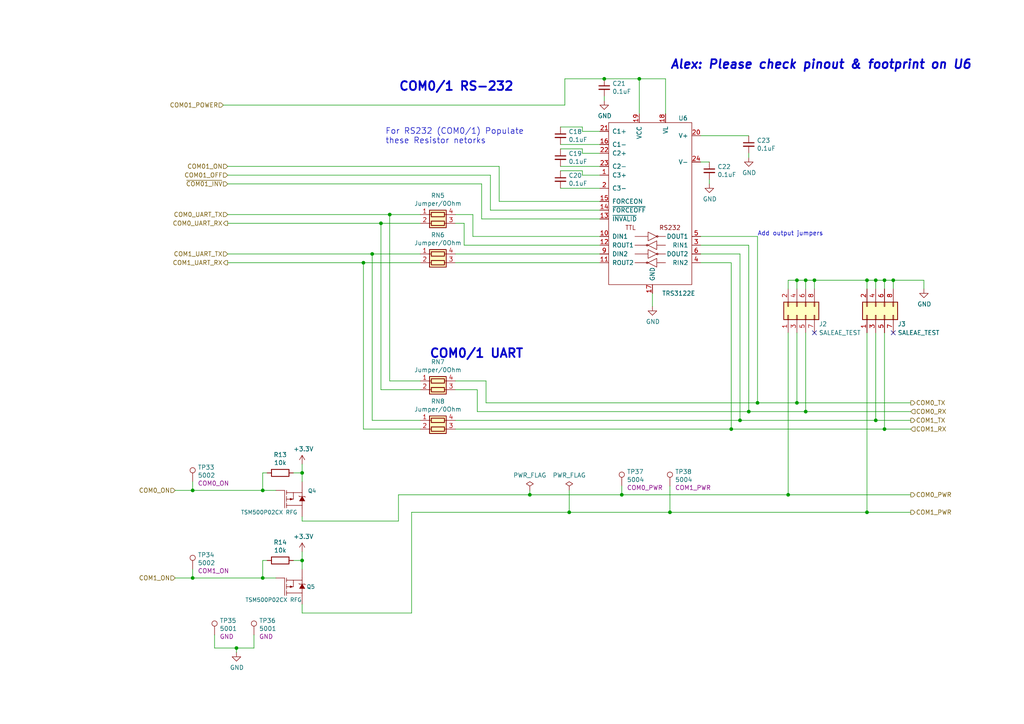
<source format=kicad_sch>
(kicad_sch (version 20211123) (generator eeschema)
  (paper "A4")
  (title_block (title "LCP Controller ") (date "2022-12-19") (rev "0.3") (company "NOAA Pacific Marine Environmental Laboratory") (comment 3 "Current design modified by: Basharat Basharat") (comment 4 "Current design by: Matt Casari") (comment 5 "Current design modified by: Basharat Martin"))
  (lib_symbols
    (symbol "Connector:TestPoint" (pin_numbers hide) (pin_names (offset 0.762) hide)
      (property "Reference" "TP" (at 0 6.858 0))
      (property "Value" "TestPoint" (at 0 5.08 0))
      (symbol "TestPoint_0_1"
        (circle (center 0 3.302) (radius 0.762))
      )
      (symbol "TestPoint_1_1"
        (pin passive line (at 0 0 90) (length 2.54) (name "1") (number "1"))
      )
    )
    (symbol "Connector_Generic:Conn_02x04_Odd_Even" (pin_names (offset 1.016) hide)
      (property "Reference" "J" (at 1.27 5.08 0))
      (property "Value" "Conn_02x04_Odd_Even" (at 1.27 -7.62 0))
      (symbol "Conn_02x04_Odd_Even_1_1"
        (rectangle (start -1.27 -4.953) (end 0 -5.207) (stroke (width 0.1524)))
        (rectangle (start -1.27 -2.413) (end 0 -2.667) (stroke (width 0.1524)))
        (rectangle (start -1.27 0.127) (end 0 -0.127) (stroke (width 0.1524)))
        (rectangle (start -1.27 2.667) (end 0 2.413) (stroke (width 0.1524)))
        (rectangle (start -1.27 3.81) (end 3.81 -6.35) (stroke (width 0.254)) (fill (type background)))
        (rectangle (start 3.81 -4.953) (end 2.54 -5.207) (stroke (width 0.1524)))
        (rectangle (start 3.81 -2.413) (end 2.54 -2.667) (stroke (width 0.1524)))
        (rectangle (start 3.81 0.127) (end 2.54 -0.127) (stroke (width 0.1524)))
        (rectangle (start 3.81 2.667) (end 2.54 2.413) (stroke (width 0.1524)))
        (pin passive line (at -5.08 2.54 0) (length 3.81) (name "Pin_1") (number "1"))
        (pin passive line (at 7.62 2.54 180) (length 3.81) (name "Pin_2") (number "2"))
        (pin passive line (at -5.08 0 0) (length 3.81) (name "Pin_3") (number "3"))
        (pin passive line (at 7.62 0 180) (length 3.81) (name "Pin_4") (number "4"))
        (pin passive line (at -5.08 -2.54 0) (length 3.81) (name "Pin_5") (number "5"))
        (pin passive line (at 7.62 -2.54 180) (length 3.81) (name "Pin_6") (number "6"))
        (pin passive line (at -5.08 -5.08 0) (length 3.81) (name "Pin_7") (number "7"))
        (pin passive line (at 7.62 -5.08 180) (length 3.81) (name "Pin_8") (number "8"))
      )
    )
    (symbol "Device:C_Small" (pin_numbers hide) (pin_names (offset 0.254) hide)
      (property "Reference" "C" (at 0.254 1.778 0))
      (property "Value" "C_Small" (at 0.254 -2.032 0))
      (symbol "C_Small_0_1"
        (polyline (pts (xy -1.524 -0.508) (xy 1.524 -0.508)) (stroke (width 0.3302)))
        (polyline (pts (xy -1.524 0.508) (xy 1.524 0.508)) (stroke (width 0.3048)))
      )
      (symbol "C_Small_1_1"
        (pin passive line (at 0 2.54 270) (length 2.032) (name "~") (number "1"))
        (pin passive line (at 0 -2.54 90) (length 2.032) (name "~") (number "2"))
      )
    )
    (symbol "Device:R" (pin_numbers hide) (pin_names (offset 0))
      (property "Reference" "R" (at 2.032 0 90))
      (property "Value" "R" (at 0 0 90))
      (symbol "R_0_1"
        (rectangle (start -1.016 -2.54) (end 1.016 2.54) (stroke (width 0.254)))
      )
      (symbol "R_1_1"
        (pin passive line (at 0 3.81 270) (length 1.27) (name "~") (number "1"))
        (pin passive line (at 0 -3.81 90) (length 1.27) (name "~") (number "2"))
      )
    )
    (symbol "Device:R_Pack02" (pin_names (offset 0) hide)
      (property "Reference" "RN" (at -5.08 0 90))
      (property "Value" "R_Pack02" (at 2.54 0 90))
      (symbol "R_Pack02_0_1"
        (rectangle (start -3.81 -2.413) (end 1.27 2.413) (stroke (width 0.254)) (fill (type background)))
        (rectangle (start -3.175 1.905) (end -1.905 -1.905) (stroke (width 0.254)))
        (rectangle (start -0.635 1.905) (end 0.635 -1.905) (stroke (width 0.254)))
        (polyline (pts (xy -2.54 -2.54) (xy -2.54 -1.905)))
        (polyline (pts (xy -2.54 1.905) (xy -2.54 2.54)))
        (polyline (pts (xy 0 -2.54) (xy 0 -1.905)))
        (polyline (pts (xy 0 1.905) (xy 0 2.54)))
      )
      (symbol "R_Pack02_1_1"
        (pin passive line (at -2.54 -5.08 90) (length 2.54) (name "R1.1") (number "1"))
        (pin passive line (at 0 -5.08 90) (length 2.54) (name "R2.1") (number "2"))
        (pin passive line (at 0 5.08 270) (length 2.54) (name "R2.2") (number "3"))
        (pin passive line (at -2.54 5.08 270) (length 2.54) (name "R1.2") (number "4"))
      )
    )
    (symbol "PMEL_DriverICs:TRS3122E" (pin_names (offset 1.016))
      (property "Reference" "U" (at 8.89 30.48 0))
      (property "Value" "TRS3122E" (at -11.43 30.48 0))
      (symbol "TRS3122E_0_0"
        (text "RS232" (at 5.08 -1.27 0) (effects (font (size 1.27 1.27))))
        (text "TTL" (at -6.35 -1.27 0) (effects (font (size 1.27 1.27))))
        (pin bidirectional line (at -15.24 13.97 0) (length 2.54) (name "C3+") (number "1"))
        (pin input line (at -15.24 -3.81 0) (length 2.54) (name "DIN1") (number "10"))
        (pin output line (at -15.24 -11.43 0) (length 2.54) (name "ROUT2") (number "11"))
        (pin output line (at -15.24 -6.35 0) (length 2.54) (name "ROUT1") (number "12"))
        (pin output line (at -15.24 1.27 0) (length 2.54) (name "~{INVALID}") (number "13"))
        (pin input line (at -15.24 3.81 0) (length 2.54) (name "~{FORCEOFF}") (number "14"))
        (pin input line (at -15.24 6.35 0) (length 2.54) (name "FORCEON") (number "15"))
        (pin bidirectional line (at -15.24 22.86 0) (length 2.54) (name "C1-") (number "16"))
        (pin power_in line (at 0 -20.32 90) (length 2.54) (name "GND") (number "17"))
        (pin power_in line (at 3.81 31.75 270) (length 2.54) (name "VL") (number "18"))
        (pin power_in line (at -3.81 31.75 270) (length 2.54) (name "VCC") (number "19"))
        (pin bidirectional line (at -15.24 10.16 0) (length 2.54) (name "C3-") (number "2"))
        (pin power_out line (at 13.97 25.4 180) (length 2.54) (name "V+") (number "20"))
        (pin bidirectional line (at -15.24 26.67 0) (length 2.54) (name "C1+") (number "21"))
        (pin bidirectional line (at -15.24 20.32 0) (length 2.54) (name "C2+") (number "22"))
        (pin bidirectional line (at -15.24 16.51 0) (length 2.54) (name "C2-") (number "23"))
        (pin power_out line (at 13.97 17.78 180) (length 2.54) (name "V-") (number "24"))
        (pin input line (at 13.97 -6.35 180) (length 2.54) (name "RIN1") (number "3"))
        (pin input line (at 13.97 -11.43 180) (length 2.54) (name "RIN2") (number "4"))
        (pin output line (at 13.97 -3.81 180) (length 2.54) (name "DOUT1") (number "5"))
        (pin output line (at 13.97 -8.89 180) (length 2.54) (name "DOUT2") (number "6"))
        (pin no_connect line (at -8.89 -20.32 90) (length 2.54) hide (name "NC") (number "7"))
        (pin no_connect line (at -6.35 -20.32 90) (length 2.54) hide (name "NC") (number "8"))
        (pin input line (at -15.24 -8.89 0) (length 2.54) (name "DIN2") (number "9"))
      )
      (symbol "TRS3122E_0_1"
        (rectangle (start -12.7 29.21) (end 11.43 -17.78))
        (circle (center -1.524 -6.35) (radius 0.254))
        (polyline (pts (xy -1.27 -6.35) (xy -5.08 -6.35)))
        (polyline (pts (xy 1.27 -3.81) (xy 3.81 -3.81)))
        (polyline (pts (xy -5.08 -3.81) (xy -1.27 -3.81) (xy -1.27 -2.54) (xy 1.27 -3.81) (xy -1.27 -5.08) (xy -1.27 -3.81)))
        (polyline (pts (xy 3.81 -6.35) (xy 1.27 -6.35) (xy 1.27 -5.08) (xy -1.27 -6.35) (xy 1.27 -7.62) (xy 1.27 -6.35)))
        (circle (center 1.397 -3.81) (radius 0.254))
      )
      (symbol "TRS3122E_1_1"
        (circle (center -1.524 -11.43) (radius 0.254))
        (polyline (pts (xy -1.27 -11.43) (xy -5.08 -11.43)))
        (polyline (pts (xy 1.27 -8.89) (xy 3.81 -8.89)))
        (polyline (pts (xy -5.08 -8.89) (xy -1.27 -8.89) (xy -1.27 -7.62) (xy 1.27 -8.89) (xy -1.27 -10.16) (xy -1.27 -8.89)))
        (polyline (pts (xy 3.81 -11.43) (xy 1.27 -11.43) (xy 1.27 -10.16) (xy -1.27 -11.43) (xy 1.27 -12.7) (xy 1.27 -11.43)))
        (circle (center 1.397 -8.89) (radius 0.254))
      )
    )
    (symbol "SparkFun-DiscreteSemi:MOSFET_PCH-DMG2307L" (pin_numbers hide) (pin_names (offset 1.016) hide)
      (property "Reference" "Q" (at 3.81 3.81 0))
      (property "Value" "MOSFET_PCH-DMG2307L" (at 3.81 -5.08 0))
      (property "Field4" "TRANS-11308" (at 0 7.62 0))
      (symbol "MOSFET_PCH-DMG2307L_1_0"
        (polyline (pts (xy -2.54 -2.54) (xy -2.54 2.54)))
        (polyline (pts (xy -1.9812 -1.905) (xy -1.9812 -2.54)))
        (polyline (pts (xy -1.9812 -1.905) (xy 0 -1.905)))
        (polyline (pts (xy -1.9812 -1.2954) (xy -1.9812 -1.905)))
        (polyline (pts (xy -1.9812 0) (xy -1.9812 -0.8382)))
        (polyline (pts (xy -1.9812 0.6858) (xy -1.9812 0)))
        (polyline (pts (xy -1.9812 1.8034) (xy -1.9812 1.0922)))
        (polyline (pts (xy -1.9812 1.8034) (xy 2.54 1.8034)))
        (polyline (pts (xy -1.9812 2.54) (xy -1.9812 1.8034)))
        (polyline (pts (xy 0 -1.905) (xy 0 0)))
        (polyline (pts (xy 0 0) (xy -1.9812 0)))
        (polyline (pts (xy 1.778 -0.762) (xy 1.6002 -0.9398)))
        (polyline (pts (xy 1.778 -0.762) (xy 3.302 -0.762)))
        (polyline (pts (xy 2.54 -2.54) (xy 2.54 -1.905)))
        (polyline (pts (xy 2.54 -1.905) (xy 0 -1.905)))
        (polyline (pts (xy 2.54 -1.905) (xy 2.54 -0.7874)))
        (polyline (pts (xy 2.54 1.8034) (xy 2.54 0.5842)))
        (polyline (pts (xy 2.54 2.54) (xy 2.54 1.8034)))
        (polyline (pts (xy 3.4798 -0.5842) (xy 3.302 -0.762)))
      )
      (symbol "MOSFET_PCH-DMG2307L_1_1"
        (polyline (pts (xy -0.1778 0) (xy -0.9398 -0.254) (xy -0.9398 -0.254) (xy -0.9398 0.254) (xy -0.9398 0.254) (xy -0.1778 0)) (fill (type outline)))
        (polyline (pts (xy 3.302 0.508) (xy 2.54 -0.762) (xy 2.54 -0.762) (xy 1.778 0.508) (xy 1.778 0.508) (xy 3.302 0.508)) (fill (type outline)))
        (pin bidirectional line (at -5.08 -2.54 0) (length 2.54) (name "G") (number "1"))
        (pin bidirectional line (at 2.54 -5.08 90) (length 2.54) (name "S") (number "2"))
        (pin bidirectional line (at 2.54 5.08 270) (length 2.54) (name "D") (number "3"))
      )
    )
    (symbol "power:+3.3V" (power) (pin_names (offset 0))
      (property "Value" "+3.3V" (at 0 3.556 0))
      (symbol "+3.3V_0_1"
        (polyline (pts (xy -0.762 1.27) (xy 0 2.54)))
        (polyline (pts (xy 0 0) (xy 0 2.54)))
        (polyline (pts (xy 0 2.54) (xy 0.762 1.27)))
      )
      (symbol "+3.3V_1_1"
        (pin power_in line (at 0 0 90) (length 0) hide (name "+3.3V") (number "1"))
      )
    )
    (symbol "power:GND" (power) (pin_names (offset 0))
      (property "Value" "GND" (at 0 -3.81 0))
      (symbol "GND_0_1"
        (polyline (pts (xy 0 0) (xy 0 -1.27) (xy 1.27 -1.27) (xy 0 -2.54) (xy -1.27 -1.27) (xy 0 -1.27)))
      )
      (symbol "GND_1_1"
        (pin power_in line (at 0 0 270) (length 0) hide (name "GND") (number "1"))
      )
    )
    (symbol "power:PWR_FLAG" (power) (pin_numbers hide) (pin_names (offset 0) hide)
      (property "Value" "PWR_FLAG" (at 0 3.81 0))
      (symbol "PWR_FLAG_0_0"
        (pin power_out line (at 0 0 90) (length 0) (name "pwr") (number "1"))
      )
      (symbol "PWR_FLAG_0_1"
        (polyline (pts (xy 0 0) (xy 0 1.27) (xy -1.016 1.905) (xy 0 2.54) (xy 1.016 1.905) (xy 0 1.27)))
      )
    )
  )
  (junction (at 236.22 81.28))
  (junction (at 55.88 167.64))
  (junction (at 231.14 116.84))
  (junction (at 185.42 22.86))
  (junction (at 113.03 62.23))
  (junction (at 217.17 119.38))
  (junction (at 254 121.92))
  (junction (at 259.08 81.28))
  (junction (at 256.54 124.46))
  (junction (at 251.46 81.28))
  (junction (at 153.67 143.51))
  (junction (at 87.63 137.16))
  (junction (at 254 81.28))
  (junction (at 219.71 116.84))
  (junction (at 194.31 148.59))
  (junction (at 175.26 22.86))
  (junction (at 110.49 64.77))
  (junction (at 212.09 124.46))
  (junction (at 105.41 76.2))
  (junction (at 68.58 187.96))
  (junction (at 76.2 142.24))
  (junction (at 165.1 148.59))
  (junction (at 55.88 142.24))
  (junction (at 180.34 143.51))
  (junction (at 87.63 162.56))
  (junction (at 76.2 167.64))
  (junction (at 107.95 73.66))
  (junction (at 231.14 81.28))
  (junction (at 256.54 81.28))
  (junction (at 251.46 148.59))
  (junction (at 214.63 121.92))
  (junction (at 233.68 119.38))
  (junction (at 233.68 81.28))
  (junction (at 228.6 143.51))
  (no_connect (at 236.22 96.52))
  (no_connect (at 259.08 96.52))
  (wire (pts (xy 231.14 83.82) (xy 231.14 81.28)))
  (wire (pts (xy 142.24 60.96) (xy 142.24 50.8)))
  (wire (pts (xy 107.95 73.66) (xy 107.95 121.92)))
  (wire (pts (xy 50.8 167.64) (xy 55.88 167.64)))
  (wire (pts (xy 205.74 52.07) (xy 205.74 53.34)))
  (wire (pts (xy 162.56 43.18) (xy 168.91 43.18)))
  (wire (pts (xy 87.63 134.62) (xy 87.63 137.16)))
  (wire (pts (xy 55.88 142.24) (xy 76.2 142.24)))
  (wire (pts (xy 185.42 33.02) (xy 185.42 22.86)))
  (wire (pts (xy 76.2 167.64) (xy 76.2 162.56)))
  (wire (pts (xy 132.08 76.2) (xy 173.99 76.2)))
  (wire (pts (xy 115.57 143.51) (xy 153.67 143.51)))
  (wire (pts (xy 233.68 96.52) (xy 233.68 119.38)))
  (wire (pts (xy 228.6 143.51) (xy 264.16 143.51)))
  (wire (pts (xy 87.63 162.56) (xy 87.63 165.1)))
  (wire (pts (xy 165.1 142.24) (xy 165.1 148.59)))
  (wire (pts (xy 144.78 58.42) (xy 173.99 58.42)))
  (wire (pts (xy 87.63 175.26) (xy 87.63 177.8)))
  (wire (pts (xy 217.17 119.38) (xy 233.68 119.38)))
  (wire (pts (xy 228.6 96.52) (xy 228.6 143.51)))
  (wire (pts (xy 203.2 39.37) (xy 217.17 39.37)))
  (wire (pts (xy 138.43 113.03) (xy 138.43 119.38)))
  (wire (pts (xy 233.68 81.28) (xy 231.14 81.28)))
  (wire (pts (xy 144.78 48.26) (xy 144.78 58.42)))
  (wire (pts (xy 203.2 68.58) (xy 219.71 68.58)))
  (wire (pts (xy 62.23 187.96) (xy 68.58 187.96)))
  (wire (pts (xy 254 121.92) (xy 214.63 121.92)))
  (wire (pts (xy 203.2 46.99) (xy 205.74 46.99)))
  (wire (pts (xy 87.63 177.8) (xy 119.38 177.8)))
  (wire (pts (xy 231.14 81.28) (xy 228.6 81.28)))
  (wire (pts (xy 137.16 62.23) (xy 137.16 68.58)))
  (wire (pts (xy 168.91 36.83) (xy 168.91 38.1)))
  (wire (pts (xy 76.2 137.16) (xy 77.47 137.16)))
  (wire (pts (xy 168.91 44.45) (xy 173.99 44.45)))
  (wire (pts (xy 110.49 113.03) (xy 121.92 113.03)))
  (wire (pts (xy 55.88 139.7) (xy 55.88 142.24)))
  (wire (pts (xy 64.77 30.48) (xy 163.83 30.48)))
  (wire (pts (xy 66.04 53.34) (xy 139.7 53.34)))
  (wire (pts (xy 105.41 124.46) (xy 121.92 124.46)))
  (wire (pts (xy 185.42 22.86) (xy 193.04 22.86)))
  (wire (pts (xy 85.09 162.56) (xy 87.63 162.56)))
  (wire (pts (xy 87.63 137.16) (xy 87.63 139.7)))
  (wire (pts (xy 259.08 81.28) (xy 256.54 81.28)))
  (wire (pts (xy 76.2 142.24) (xy 76.2 137.16)))
  (wire (pts (xy 203.2 73.66) (xy 214.63 73.66)))
  (wire (pts (xy 212.09 76.2) (xy 203.2 76.2)))
  (wire (pts (xy 162.56 54.61) (xy 173.99 54.61)))
  (wire (pts (xy 162.56 36.83) (xy 168.91 36.83)))
  (wire (pts (xy 132.08 121.92) (xy 214.63 121.92)))
  (wire (pts (xy 267.97 83.82) (xy 267.97 81.28)))
  (wire (pts (xy 254 96.52) (xy 254 121.92)))
  (wire (pts (xy 139.7 63.5) (xy 173.99 63.5)))
  (wire (pts (xy 140.97 116.84) (xy 219.71 116.84)))
  (wire (pts (xy 251.46 148.59) (xy 264.16 148.59)))
  (wire (pts (xy 142.24 50.8) (xy 66.04 50.8)))
  (wire (pts (xy 80.01 167.64) (xy 76.2 167.64)))
  (wire (pts (xy 66.04 64.77) (xy 110.49 64.77)))
  (wire (pts (xy 162.56 48.26) (xy 173.99 48.26)))
  (wire (pts (xy 180.34 140.97) (xy 180.34 143.51)))
  (wire (pts (xy 73.66 187.96) (xy 73.66 184.15)))
  (wire (pts (xy 87.63 151.13) (xy 115.57 151.13)))
  (wire (pts (xy 259.08 83.82) (xy 259.08 81.28)))
  (wire (pts (xy 132.08 73.66) (xy 173.99 73.66)))
  (wire (pts (xy 212.09 76.2) (xy 212.09 124.46)))
  (wire (pts (xy 251.46 81.28) (xy 236.22 81.28)))
  (wire (pts (xy 163.83 22.86) (xy 175.26 22.86)))
  (wire (pts (xy 134.62 64.77) (xy 134.62 71.12)))
  (wire (pts (xy 231.14 96.52) (xy 231.14 116.84)))
  (wire (pts (xy 55.88 165.1) (xy 55.88 167.64)))
  (wire (pts (xy 175.26 29.21) (xy 175.26 27.94)))
  (wire (pts (xy 119.38 148.59) (xy 165.1 148.59)))
  (wire (pts (xy 153.67 143.51) (xy 180.34 143.51)))
  (wire (pts (xy 233.68 119.38) (xy 264.16 119.38)))
  (wire (pts (xy 267.97 81.28) (xy 259.08 81.28)))
  (wire (pts (xy 87.63 151.13) (xy 87.63 149.86)))
  (wire (pts (xy 203.2 71.12) (xy 217.17 71.12)))
  (wire (pts (xy 134.62 71.12) (xy 173.99 71.12)))
  (wire (pts (xy 233.68 81.28) (xy 233.68 83.82)))
  (wire (pts (xy 194.31 140.97) (xy 194.31 148.59)))
  (wire (pts (xy 113.03 62.23) (xy 113.03 110.49)))
  (wire (pts (xy 119.38 177.8) (xy 119.38 148.59)))
  (wire (pts (xy 254 81.28) (xy 251.46 81.28)))
  (wire (pts (xy 217.17 71.12) (xy 217.17 119.38)))
  (wire (pts (xy 66.04 73.66) (xy 107.95 73.66)))
  (wire (pts (xy 140.97 110.49) (xy 140.97 116.84)))
  (wire (pts (xy 68.58 187.96) (xy 73.66 187.96)))
  (wire (pts (xy 55.88 167.64) (xy 76.2 167.64)))
  (wire (pts (xy 107.95 73.66) (xy 121.92 73.66)))
  (wire (pts (xy 162.56 49.53) (xy 168.91 49.53)))
  (wire (pts (xy 137.16 68.58) (xy 173.99 68.58)))
  (wire (pts (xy 256.54 124.46) (xy 264.16 124.46)))
  (wire (pts (xy 110.49 64.77) (xy 110.49 113.03)))
  (wire (pts (xy 256.54 81.28) (xy 254 81.28)))
  (wire (pts (xy 107.95 121.92) (xy 121.92 121.92)))
  (wire (pts (xy 168.91 43.18) (xy 168.91 44.45)))
  (wire (pts (xy 236.22 81.28) (xy 233.68 81.28)))
  (wire (pts (xy 168.91 38.1) (xy 173.99 38.1)))
  (wire (pts (xy 87.63 160.02) (xy 87.63 162.56)))
  (wire (pts (xy 256.54 96.52) (xy 256.54 124.46)))
  (wire (pts (xy 132.08 113.03) (xy 138.43 113.03)))
  (wire (pts (xy 256.54 81.28) (xy 256.54 83.82)))
  (wire (pts (xy 138.43 119.38) (xy 217.17 119.38)))
  (wire (pts (xy 173.99 41.91) (xy 162.56 41.91)))
  (wire (pts (xy 113.03 62.23) (xy 121.92 62.23)))
  (wire (pts (xy 113.03 110.49) (xy 121.92 110.49)))
  (wire (pts (xy 142.24 60.96) (xy 173.99 60.96)))
  (wire (pts (xy 251.46 96.52) (xy 251.46 148.59)))
  (wire (pts (xy 132.08 62.23) (xy 137.16 62.23)))
  (wire (pts (xy 219.71 68.58) (xy 219.71 116.84)))
  (wire (pts (xy 212.09 124.46) (xy 256.54 124.46)))
  (wire (pts (xy 219.71 116.84) (xy 231.14 116.84)))
  (wire (pts (xy 62.23 184.15) (xy 62.23 187.96)))
  (wire (pts (xy 217.17 44.45) (xy 217.17 45.72)))
  (wire (pts (xy 214.63 73.66) (xy 214.63 121.92)))
  (wire (pts (xy 80.01 142.24) (xy 76.2 142.24)))
  (wire (pts (xy 189.23 85.09) (xy 189.23 88.9)))
  (wire (pts (xy 180.34 143.51) (xy 228.6 143.51)))
  (wire (pts (xy 193.04 22.86) (xy 193.04 33.02)))
  (wire (pts (xy 264.16 121.92) (xy 254 121.92)))
  (wire (pts (xy 115.57 151.13) (xy 115.57 143.51)))
  (wire (pts (xy 50.8 142.24) (xy 55.88 142.24)))
  (wire (pts (xy 163.83 30.48) (xy 163.83 22.86)))
  (wire (pts (xy 85.09 137.16) (xy 87.63 137.16)))
  (wire (pts (xy 165.1 148.59) (xy 194.31 148.59)))
  (wire (pts (xy 231.14 116.84) (xy 264.16 116.84)))
  (wire (pts (xy 66.04 76.2) (xy 105.41 76.2)))
  (wire (pts (xy 132.08 110.49) (xy 140.97 110.49)))
  (wire (pts (xy 76.2 162.56) (xy 77.47 162.56)))
  (wire (pts (xy 168.91 49.53) (xy 168.91 50.8)))
  (wire (pts (xy 236.22 83.82) (xy 236.22 81.28)))
  (wire (pts (xy 251.46 81.28) (xy 251.46 83.82)))
  (wire (pts (xy 68.58 189.23) (xy 68.58 187.96)))
  (wire (pts (xy 139.7 53.34) (xy 139.7 63.5)))
  (wire (pts (xy 175.26 22.86) (xy 185.42 22.86)))
  (wire (pts (xy 105.41 76.2) (xy 105.41 124.46)))
  (wire (pts (xy 153.67 142.24) (xy 153.67 143.51)))
  (wire (pts (xy 132.08 64.77) (xy 134.62 64.77)))
  (wire (pts (xy 132.08 124.46) (xy 212.09 124.46)))
  (wire (pts (xy 66.04 48.26) (xy 144.78 48.26)))
  (wire (pts (xy 194.31 148.59) (xy 251.46 148.59)))
  (wire (pts (xy 168.91 50.8) (xy 173.99 50.8)))
  (wire (pts (xy 254 83.82) (xy 254 81.28)))
  (wire (pts (xy 66.04 62.23) (xy 113.03 62.23)))
  (wire (pts (xy 228.6 81.28) (xy 228.6 83.82)))
  (wire (pts (xy 105.41 76.2) (xy 121.92 76.2)))
  (wire (pts (xy 110.49 64.77) (xy 121.92 64.77)))
  (text "For RS232 (COM0/1) Populate \nthese Resistor netorks " (at 111.76 41.91 0) (effects (font (size 1.7018 1.7018)) (justify left bottom)))
  (text "COM0/1 RS-232" (at 115.57 26.67 0) (effects (font (size 2.54 2.54) (thickness 0.508) bold) (justify left bottom)))
  (text "Alex: Please check pinout & footprint on U6" (at 194.31 20.32 0) (effects (font (size 2.54 2.54) (thickness 0.508) bold italic) (justify left bottom)))
  (text "Add output jumpers" (at 219.71 68.58 0) (effects (font (size 1.27 1.27)) (justify left bottom)))
  (text "COM0/1 UART" (at 124.46 104.14 0) (effects (font (size 2.54 2.54) (thickness 0.508) bold) (justify left bottom)))
  (hierarchical_label "COM0_RX" (shape input) (at 264.16 119.38 0))
  (hierarchical_label "COM1_RX" (shape input) (at 264.16 124.46 0))
  (hierarchical_label "COM1_ON" (shape input) (at 50.8 167.64 180))
  (hierarchical_label "~{COM01_INV}" (shape input) (at 66.04 53.34 180))
  (hierarchical_label "COM0_PWR" (shape output) (at 264.16 143.51 0))
  (hierarchical_label "COM1_UART_TX" (shape input) (at 66.04 73.66 180))
  (hierarchical_label "COM0_ON" (shape input) (at 50.8 142.24 180))
  (hierarchical_label "COM01_ON" (shape input) (at 66.04 48.26 180))
  (hierarchical_label "COM1_UART_RX" (shape output) (at 66.04 76.2 180))
  (hierarchical_label "COM1_TX" (shape output) (at 264.16 121.92 0))
  (hierarchical_label "COM0_TX" (shape output) (at 264.16 116.84 0))
  (hierarchical_label "COM0_UART_RX" (shape output) (at 66.04 64.77 180))
  (hierarchical_label "COM0_UART_TX" (shape input) (at 66.04 62.23 180))
  (hierarchical_label "COM1_PWR" (shape output) (at 264.16 148.59 0))
  (hierarchical_label "COM01_OFF" (shape input) (at 66.04 50.8 180))
  (hierarchical_label "COM01_POWER" (shape input) (at 64.77 30.48 180))
  (symbol (lib_id "Device:C_Small") (at 162.56 45.72 0) (unit 1)
    (property "Reference" "C19" (at 164.8968 44.5516 0) (effects (justify left)))
    (property "Value" "0.1uF" (at 164.8968 46.863 0) (effects (justify left)))
    (property "Footprint" "Capacitor_SMD:C_0805_2012Metric" (effects hide))
    (property "MPN" "885012207016" (effects hide))
  )
  (symbol (lib_id "Device:C_Small") (at 175.26 25.4 0) (unit 1)
    (property "Reference" "C21" (at 177.5968 24.2316 0) (effects (justify left)))
    (property "Value" "0.1uF" (at 177.5968 26.543 0) (effects (justify left)))
    (property "Footprint" "Capacitor_SMD:C_0805_2012Metric" (effects hide))
    (property "MPN" "885012207016" (effects hide))
  )
  (symbol (lib_id "Device:C_Small") (at 217.17 41.91 0) (unit 1)
    (property "Reference" "C23" (at 219.5068 40.7416 0) (effects (justify left)))
    (property "Value" "0.1uF" (at 219.5068 43.053 0) (effects (justify left)))
    (property "Footprint" "Capacitor_SMD:C_0805_2012Metric" (effects hide))
    (property "MPN" "885012207016" (effects hide))
  )
  (symbol (lib_id "Device:C_Small") (at 205.74 49.53 0) (unit 1)
    (property "Reference" "C22" (at 208.0768 48.3616 0) (effects (justify left)))
    (property "Value" "0.1uF" (at 208.0768 50.673 0) (effects (justify left)))
    (property "Footprint" "Capacitor_SMD:C_0805_2012Metric" (effects hide))
    (property "MPN" "885012207016" (effects hide))
  )
  (symbol (lib_id "power:GND") (at 175.26 29.21 0) (unit 1)
    (property "Reference" "#PWR032" (effects hide))
    (property "Value" "GND" (at 175.387 33.6042 0))
  )
  (symbol (lib_id "power:GND") (at 189.23 88.9 0) (unit 1)
    (property "Reference" "#PWR033" (effects hide))
    (property "Value" "GND" (at 189.357 93.2942 0))
  )
  (symbol (lib_id "power:GND") (at 205.74 53.34 0) (unit 1)
    (property "Reference" "#PWR034" (effects hide))
    (property "Value" "GND" (at 205.867 57.7342 0))
  )
  (symbol (lib_id "power:GND") (at 217.17 45.72 0) (unit 1)
    (property "Reference" "#PWR035" (effects hide))
    (property "Value" "GND" (at 217.297 50.1142 0))
  )
  (symbol (lib_id "Device:C_Small") (at 162.56 52.07 0) (unit 1)
    (property "Reference" "C20" (at 164.8968 50.9016 0) (effects (justify left)))
    (property "Value" "0.1uF" (at 164.8968 53.213 0) (effects (justify left)))
    (property "Footprint" "Capacitor_SMD:C_0805_2012Metric" (effects hide))
    (property "MPN" "885012207016" (effects hide))
  )
  (symbol (lib_id "Device:C_Small") (at 162.56 39.37 0) (unit 1)
    (property "Reference" "C18" (at 164.8968 38.2016 0) (effects (justify left)))
    (property "Value" "0.1uF" (at 164.8968 40.513 0) (effects (justify left)))
    (property "Footprint" "Capacitor_SMD:C_0805_2012Metric" (effects hide))
    (property "MPN" "885012207016" (effects hide))
  )
  (symbol (lib_id "Device:R_Pack02") (at 127 64.77 270) (unit 1)
    (property "Reference" "RN5" (at 127 56.7182 90))
    (property "Value" "Jumper/0Ohm" (at 127 59.0296 90))
    (property "Footprint" "Resistor_SMD:R_Array_Concave_2x0603" (effects hide))
    (property "MPN" "YC122-JR-070RL" (effects hide))
  )
  (symbol (lib_id "Device:R_Pack02") (at 127 76.2 270) (unit 1)
    (property "Reference" "RN6" (at 127 68.1482 90))
    (property "Value" "Jumper/0Ohm" (at 127 70.4596 90))
    (property "Footprint" "Resistor_SMD:R_Array_Concave_2x0603" (effects hide))
    (property "MPN" "YC122-JR-070RL" (effects hide))
  )
  (symbol (lib_id "Device:R_Pack02") (at 127 124.46 270) (unit 1)
    (property "Reference" "RN8" (at 127 116.4082 90))
    (property "Value" "Jumper/0Ohm" (at 127 118.7196 90))
    (property "Footprint" "Resistor_SMD:R_Array_Concave_2x0603" (effects hide))
    (property "MPN" "YC122-JR-070RL" (effects hide))
  )
  (symbol (lib_id "Device:R_Pack02") (at 127 113.03 270) (unit 1)
    (property "Reference" "RN7" (at 127 104.9782 90))
    (property "Value" "Jumper/0Ohm" (at 127 107.2896 90))
    (property "Footprint" "Resistor_SMD:R_Array_Concave_2x0603" (effects hide))
    (property "MPN" "YC122-JR-070RL" (effects hide))
  )
  (symbol (lib_id "PMEL_DriverICs:TRS3122E") (at 189.23 64.77 0) (unit 1)
    (property "Reference" "U6" (at 198.12 34.29 0))
    (property "Value" "TRS3122E" (at 196.85 85.09 0))
    (property "Footprint" "Package_DFN_QFN:Texas_RGE0024H_EP2.7x2.7mm_ThermalVias" (effects hide))
    (property "Datasheet" "https://www.ti.com/lit/ds/symlink/trs3122e.pdf?ts=1591021643258" (effects hide))
    (property "MPN" "TRS3122ERGER" (effects hide))
  )
  (symbol (lib_id "Connector:TestPoint") (at 180.34 140.97 0) (unit 1)
    (property "Reference" "TP37" (at 181.8132 136.8298 0) (effects (justify left)))
    (property "Value" "5004" (at 181.8132 139.1412 0) (effects (justify left)))
    (property "Footprint" "TestPoint:TestPoint_Keystone_5000-5004_Miniature" (effects hide))
    (property "TestPoint" "COM0_PWR" (at 181.8132 141.4526 0) (effects (justify left)))
  )
  (symbol (lib_id "Connector:TestPoint") (at 55.88 165.1 0) (unit 1)
    (property "Reference" "TP34" (at 57.3532 160.9598 0) (effects (justify left)))
    (property "Value" "5002" (at 57.3532 163.2712 0) (effects (justify left)))
    (property "Footprint" "TestPoint:TestPoint_Keystone_5000-5004_Miniature" (effects hide))
    (property "TestPoint" "COM1_ON" (at 57.3532 165.5826 0) (effects (justify left)))
  )
  (symbol (lib_id "Connector:TestPoint") (at 55.88 139.7 0) (unit 1)
    (property "Reference" "TP33" (at 57.3532 135.5598 0) (effects (justify left)))
    (property "Value" "5002" (at 57.3532 137.8712 0) (effects (justify left)))
    (property "Footprint" "TestPoint:TestPoint_Keystone_5000-5004_Miniature" (effects hide))
    (property "TestPoint" "COM0_ON" (at 57.3532 140.1826 0) (effects (justify left)))
  )
  (symbol (lib_id "Connector:TestPoint") (at 194.31 140.97 0) (unit 1)
    (property "Reference" "TP38" (at 195.7832 136.8298 0) (effects (justify left)))
    (property "Value" "5004" (at 195.7832 139.1412 0) (effects (justify left)))
    (property "Footprint" "TestPoint:TestPoint_Keystone_5000-5004_Miniature" (effects hide))
    (property "TestPoint" "COM1_PWR" (at 195.7832 141.4526 0) (effects (justify left)))
  )
  (symbol (lib_id "Connector:TestPoint") (at 62.23 184.15 0) (unit 1)
    (property "Reference" "TP35" (at 63.7032 180.0098 0) (effects (justify left)))
    (property "Value" "5001" (at 63.7032 182.3212 0) (effects (justify left)))
    (property "Footprint" "TestPoint:TestPoint_Keystone_5000-5004_Miniature" (effects hide))
    (property "TestPoint" "GND" (at 63.7032 184.6326 0) (effects (justify left)))
  )
  (symbol (lib_id "Connector:TestPoint") (at 73.66 184.15 0) (unit 1)
    (property "Reference" "TP36" (at 75.1332 180.0098 0) (effects (justify left)))
    (property "Value" "5001" (at 75.1332 182.3212 0) (effects (justify left)))
    (property "Footprint" "TestPoint:TestPoint_Keystone_5000-5004_Miniature" (effects hide))
    (property "TestPoint" "GND" (at 75.1332 184.6326 0) (effects (justify left)))
  )
  (symbol (lib_id "power:GND") (at 68.58 189.23 0) (unit 1)
    (property "Reference" "#PWR0116" (effects hide))
    (property "Value" "GND" (at 68.707 193.6242 0))
  )
  (symbol (lib_id "SparkFun-DiscreteSemi:MOSFET_PCH-DMG2307L") (at 85.09 144.78 0) (mirror x) (unit 1)
    (property "Reference" "Q4" (at 89.281 142.367 0) (effects (font (size 1.143 1.143)) (justify left)))
    (property "Value" "TSM500P02CX RFG " (at 69.85 148.59 0) (effects (font (size 1.143 1.143)) (justify left)))
    (property "Footprint" "Package_TO_SOT_SMD:SOT-23" (effects hide))
    (property "Datasheet" "https://www.mouser.com/datasheet/2/395/TSM500P02CX_B1811-1918968.pdf" (effects hide))
    (property "Field4" "TRANS-11308" (effects hide))
    (property "MPN" "TSM500P02CX RFG " (effects hide))
  )
  (symbol (lib_id "power:+3.3V") (at 87.63 134.62 0) (unit 1)
    (property "Reference" "#PWR030" (effects hide))
    (property "Value" "+3.3V" (at 88.011 130.2258 0))
  )
  (symbol (lib_id "Device:R") (at 81.28 137.16 270) (unit 1)
    (property "Reference" "R13" (at 81.28 131.9022 90))
    (property "Value" "10k" (at 81.28 134.2136 90))
    (property "Footprint" "Resistor_SMD:R_0805_2012Metric" (effects hide))
    (property "MPN" "ERA-6AEB103V" (effects hide))
  )
  (symbol (lib_id "SparkFun-DiscreteSemi:MOSFET_PCH-DMG2307L") (at 85.09 170.18 0) (mirror x) (unit 1)
    (property "Reference" "Q5" (at 88.9 170.18 0) (effects (font (size 1.143 1.143)) (justify left)))
    (property "Value" "TSM500P02CX RFG " (at 71.12 173.99 0) (effects (font (size 1.143 1.143)) (justify left)))
    (property "Footprint" "Package_TO_SOT_SMD:SOT-23" (effects hide))
    (property "Datasheet" "https://www.mouser.com/datasheet/2/395/TSM500P02CX_B1811-1918968.pdf" (effects hide))
    (property "Field4" "TRANS-11308" (effects hide))
    (property "MPN" "TSM500P02CX RFG " (effects hide))
  )
  (symbol (lib_id "power:+3.3V") (at 87.63 160.02 0) (unit 1)
    (property "Reference" "#PWR031" (effects hide))
    (property "Value" "+3.3V" (at 88.011 155.6258 0))
  )
  (symbol (lib_id "Device:R") (at 81.28 162.56 270) (unit 1)
    (property "Reference" "R14" (at 81.28 157.3022 90))
    (property "Value" "10k" (at 81.28 159.6136 90))
    (property "Footprint" "Resistor_SMD:R_0805_2012Metric" (effects hide))
    (property "MPN" "ERA-6AEB103V" (effects hide))
  )
  (symbol (lib_id "Connector_Generic:Conn_02x04_Odd_Even") (at 254 91.44 90) (unit 1)
    (property "Reference" "J3" (at 260.35 93.98 90) (effects (justify right)))
    (property "Value" "SALEAE_TEST" (at 260.35 96.52 90) (effects (justify right)))
    (property "Footprint" "Connector_PinHeader_2.54mm:PinHeader_2x04_P2.54mm_Vertical" (effects hide))
    (property "TestPoint" "COM1 Test Points" (effects hide))
    (property "MPN" "0010897080" (effects hide))
  )
  (symbol (lib_id "Connector_Generic:Conn_02x04_Odd_Even") (at 231.14 91.44 90) (unit 1)
    (property "Reference" "J2" (at 237.49 93.98 90) (effects (justify right)))
    (property "Value" "SALEAE_TEST" (at 237.49 96.52 90) (effects (justify right)))
    (property "Footprint" "Connector_PinHeader_2.54mm:PinHeader_2x04_P2.54mm_Vertical" (effects hide))
    (property "TestPoint" "COM0 Test Points" (effects hide))
    (property "MPN" "0010897080" (effects hide))
  )
  (symbol (lib_id "power:GND") (at 267.97 83.82 0) (unit 1)
    (property "Reference" "#PWR036" (effects hide))
    (property "Value" "GND" (at 268.097 88.2142 0))
  )
  (symbol (lib_id "power:PWR_FLAG") (at 153.67 142.24 0) (unit 1)
    (property "Reference" "#FLG07" (effects hide))
    (property "Value" "PWR_FLAG" (at 153.67 137.8458 0))
  )
  (symbol (lib_id "power:PWR_FLAG") (at 165.1 142.24 0) (unit 1)
    (property "Reference" "#FLG08" (effects hide))
    (property "Value" "PWR_FLAG" (at 165.1 137.8458 0))
  )
)
</source>
